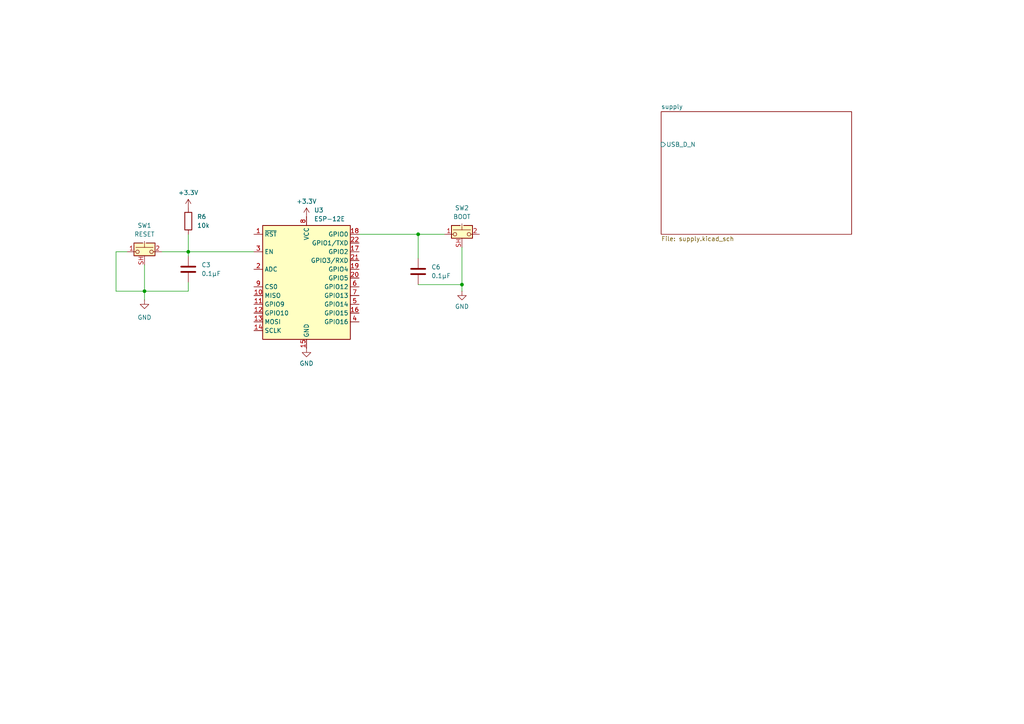
<source format=kicad_sch>
(kicad_sch (version 20231120) (generator "eeschema") (generator_version "8.0")
  (paper "A4")
  (lib_symbols
    (symbol "Device:C" (pin_numbers hide) (pin_names (offset 0.254))
      (property "Reference" "C" (at 0.635 2.54 0))
      (property "Value" "C" (at 0.635 -2.54 0))
      (symbol "C_0_1"
        (polyline (pts (xy -2.032 -0.762) (xy 2.032 -0.762)) (stroke (width 0.508)))
        (polyline (pts (xy -2.032 0.762) (xy 2.032 0.762)) (stroke (width 0.508)))
      )
      (symbol "C_1_1"
        (pin passive line (at 0 3.81 270) (length 2.794) (name "~") (number "1"))
        (pin passive line (at 0 -3.81 90) (length 2.794) (name "~") (number "2"))
      )
    )
    (symbol "Device:R" (pin_numbers hide) (pin_names (offset 0))
      (property "Reference" "R" (at 2.032 0 90))
      (property "Value" "R" (at 0 0 90))
      (symbol "R_0_1"
        (rectangle (start -1.016 -2.54) (end 1.016 2.54) (stroke (width 0.254)))
      )
      (symbol "R_1_1"
        (pin passive line (at 0 3.81 270) (length 1.27) (name "~") (number "1"))
        (pin passive line (at 0 -3.81 90) (length 1.27) (name "~") (number "2"))
      )
    )
    (symbol "RF_Module:ESP-12E"
      (property "Reference" "U" (at -12.7 19.05 0))
      (property "Value" "ESP-12E" (at 12.7 19.05 0))
      (symbol "ESP-12E_0_1"
        (rectangle (start -12.7 17.78) (end 12.7 -15.24) (stroke (width 0.254)) (fill (type background)))
      )
      (symbol "ESP-12E_1_1"
        (pin input line (at -15.24 15.24 0) (length 2.54) (name "~{RST}") (number "1"))
        (pin bidirectional line (at -15.24 -2.54 0) (length 2.54) (name "MISO") (number "10"))
        (pin bidirectional line (at -15.24 -5.08 0) (length 2.54) (name "GPIO9") (number "11"))
        (pin bidirectional line (at -15.24 -7.62 0) (length 2.54) (name "GPIO10") (number "12"))
        (pin bidirectional line (at -15.24 -10.16 0) (length 2.54) (name "MOSI") (number "13"))
        (pin bidirectional line (at -15.24 -12.7 0) (length 2.54) (name "SCLK") (number "14"))
        (pin power_in line (at 0 -17.78 90) (length 2.54) (name "GND") (number "15"))
        (pin bidirectional line (at 15.24 -7.62 180) (length 2.54) (name "GPIO15") (number "16"))
        (pin bidirectional line (at 15.24 10.16 180) (length 2.54) (name "GPIO2") (number "17"))
        (pin bidirectional line (at 15.24 15.24 180) (length 2.54) (name "GPIO0") (number "18"))
        (pin bidirectional line (at 15.24 5.08 180) (length 2.54) (name "GPIO4") (number "19"))
        (pin input line (at -15.24 5.08 0) (length 2.54) (name "ADC") (number "2"))
        (pin bidirectional line (at 15.24 2.54 180) (length 2.54) (name "GPIO5") (number "20"))
        (pin bidirectional line (at 15.24 7.62 180) (length 2.54) (name "GPIO3/RXD") (number "21"))
        (pin bidirectional line (at 15.24 12.7 180) (length 2.54) (name "GPIO1/TXD") (number "22"))
        (pin input line (at -15.24 10.16 0) (length 2.54) (name "EN") (number "3"))
        (pin bidirectional line (at 15.24 -10.16 180) (length 2.54) (name "GPIO16") (number "4"))
        (pin bidirectional line (at 15.24 -5.08 180) (length 2.54) (name "GPIO14") (number "5"))
        (pin bidirectional line (at 15.24 0 180) (length 2.54) (name "GPIO12") (number "6"))
        (pin bidirectional line (at 15.24 -2.54 180) (length 2.54) (name "GPIO13") (number "7"))
        (pin power_in line (at 0 20.32 270) (length 2.54) (name "VCC") (number "8"))
        (pin input line (at -15.24 0 0) (length 2.54) (name "CS0") (number "9"))
      )
    )
    (symbol "Switch:CK_KMS2xxG" (pin_names (offset 1.016) hide)
      (property "Reference" "SW" (at 4.318 2.032 0))
      (property "Value" "CK_KMS2xxG" (at 0 4.572 0))
      (symbol "CK_KMS2xxG_0_1"
        (circle (center -2.032 0) (radius 0.508))
        (polyline (pts (xy 0 1.27) (xy 0 3.048)))
        (polyline (pts (xy 2.54 1.27) (xy -2.54 1.27)))
        (polyline (pts (xy 0.508 2.54) (xy 3.048 2.54) (xy 3.048 -1.143) (xy -3.048 -1.143) (xy -3.048 2.54) (xy -0.508 2.54)) (stroke (width -0.0254)))
        (polyline (pts (xy 0.508 2.54) (xy 3.048 2.54) (xy 3.048 -1.143) (xy -3.048 -1.143) (xy -3.048 2.54) (xy -0.508 2.54)) (stroke (width 0.254)))
        (circle (center 2.032 0) (radius 0.508))
        (pin passive line (at -5.08 0 0) (length 2.54) (name "1") (number "1"))
        (pin passive line (at 5.08 0 180) (length 2.54) (name "2") (number "2"))
      )
      (symbol "CK_KMS2xxG_1_1"
        (rectangle (start -3.048 2.54) (end 3.048 -1.27) (stroke (width -0.0254)) (fill (type background)))
        (pin passive line (at 0 -3.81 90) (length 2.54) (name "B") (number "SH"))
      )
    )
    (symbol "power:+3.3V" (power) (pin_numbers hide) (pin_names (offset 0) hide)
      (property "Value" "+3.3V" (at 0 3.556 0))
      (symbol "+3.3V_0_1"
        (polyline (pts (xy -0.762 1.27) (xy 0 2.54)))
        (polyline (pts (xy 0 0) (xy 0 2.54)))
        (polyline (pts (xy 0 2.54) (xy 0.762 1.27)))
      )
      (symbol "+3.3V_1_1"
        (pin power_in line (at 0 0 90) (length 0) (name "~") (number "1"))
      )
    )
    (symbol "power:GND" (power) (pin_numbers hide) (pin_names (offset 0) hide)
      (property "Value" "GND" (at 0 -3.81 0))
      (symbol "GND_0_1"
        (polyline (pts (xy 0 0) (xy 0 -1.27) (xy 1.27 -1.27) (xy 0 -2.54) (xy -1.27 -1.27) (xy 0 -1.27)))
      )
      (symbol "GND_1_1"
        (pin power_in line (at 0 0 270) (length 0) (name "~") (number "1"))
      )
    )
  )
  (junction (at 54.61 73.025))
  (junction (at 41.91 84.455))
  (junction (at 121.285 67.945))
  (junction (at 133.985 82.55))
  (wire (pts (xy 54.61 81.915) (xy 54.61 84.455)))
  (wire (pts (xy 54.61 67.945) (xy 54.61 73.025)))
  (wire (pts (xy 41.91 84.455) (xy 54.61 84.455)))
  (wire (pts (xy 133.985 71.755) (xy 133.985 82.55)))
  (wire (pts (xy 73.66 73.025) (xy 54.61 73.025)))
  (wire (pts (xy 54.61 73.025) (xy 54.61 74.295)))
  (wire (pts (xy 121.285 67.945) (xy 121.285 74.93)))
  (wire (pts (xy 36.83 73.025) (xy 33.655 73.025)))
  (wire (pts (xy 133.985 82.55) (xy 133.985 84.455)))
  (wire (pts (xy 46.99 73.025) (xy 54.61 73.025)))
  (wire (pts (xy 104.14 67.945) (xy 121.285 67.945)))
  (wire (pts (xy 41.91 84.455) (xy 41.91 86.995)))
  (wire (pts (xy 33.655 73.025) (xy 33.655 84.455)))
  (wire (pts (xy 121.285 67.945) (xy 128.905 67.945)))
  (wire (pts (xy 121.285 82.55) (xy 133.985 82.55)))
  (wire (pts (xy 33.655 84.455) (xy 41.91 84.455)))
  (wire (pts (xy 41.91 76.835) (xy 41.91 84.455)))
  (symbol (lib_id "RF_Module:ESP-12E") (at 88.9 83.185 0) (unit 1)
    (property "Reference" "U3" (at 91.0941 60.96 0) (effects (justify left)))
    (property "Value" "ESP-12E" (at 91.0941 63.5 0) (effects (justify left)))
    (property "Footprint" "RF_Module:ESP-12E" (effects (hide yes)))
    (property "Datasheet" "http://wiki.ai-thinker.com/_media/esp8266/esp8266_series_modules_user_manual_v1.1.pdf" (effects (hide yes)))
    (property "Description" "802.11 b/g/n Wi-Fi Module" (effects (hide yes)))
  )
  (symbol (lib_id "Device:C") (at 121.285 78.74 0) (unit 1)
    (property "Reference" "C6" (at 125.095 77.4699 0) (effects (justify left)))
    (property "Value" "0.1µF" (at 125.095 80.0099 0) (effects (justify left)))
    (property "Footprint" "Capacitor_SMD:C_0201_0603Metric" (effects (hide yes)))
    (property "Description" "Unpolarized capacitor" (effects (hide yes)))
  )
  (symbol (lib_id "Switch:CK_KMS2xxG") (at 133.985 67.945 0) (unit 1)
    (property "Reference" "SW2" (at 133.985 60.325 0))
    (property "Value" "BOOT" (at 133.985 62.865 0))
    (property "Footprint" "Button_Switch_SMD:SW_SPST_CK_KMS2xxGP" (effects (hide yes)))
    (property "Datasheet" "https://www.ckswitches.com/media/1482/kms.pdf" (effects (hide yes)))
    (property "Description" "Microminiature SMT Side Actuated, 4.2 x 2.8 x 1.42mm, without pegs, with shield pin" (effects (hide yes)))
  )
  (symbol (lib_id "power:+3.3V") (at 88.9 62.865 0) (unit 1)
    (property "Reference" "#PWR09" (effects (hide yes)))
    (property "Value" "+3.3V" (at 88.9 58.42 0))
    (property "Description" "Power symbol creates a global label with name \"+3.3V\"" (effects (hide yes)))
  )
  (symbol (lib_id "power:GND") (at 41.91 86.995 0) (unit 1)
    (property "Reference" "#PWR012" (effects (hide yes)))
    (property "Value" "GND" (at 41.91 92.075 0))
    (property "Description" "Power symbol creates a global label with name \"GND\" , ground" (effects (hide yes)))
  )
  (symbol (lib_id "power:GND") (at 88.9 100.965 0) (unit 1)
    (property "Reference" "#PWR010" (effects (hide yes)))
    (property "Value" "GND" (at 88.9 105.41 0))
    (property "Description" "Power symbol creates a global label with name \"GND\" , ground" (effects (hide yes)))
  )
  (symbol (lib_id "power:GND") (at 133.985 84.455 0) (unit 1)
    (property "Reference" "#PWR011" (effects (hide yes)))
    (property "Value" "GND" (at 133.985 88.9 0))
    (property "Description" "Power symbol creates a global label with name \"GND\" , ground" (effects (hide yes)))
  )
  (symbol (lib_id "power:+3.3V") (at 54.61 60.325 0) (unit 1)
    (property "Reference" "#PWR013" (effects (hide yes)))
    (property "Value" "+3.3V" (at 54.61 55.88 0))
    (property "Description" "Power symbol creates a global label with name \"+3.3V\"" (effects (hide yes)))
  )
  (symbol (lib_id "Switch:CK_KMS2xxG") (at 41.91 73.025 0) (unit 1)
    (property "Reference" "SW1" (at 41.91 65.405 0))
    (property "Value" "RESET" (at 41.91 67.945 0))
    (property "Footprint" "Button_Switch_SMD:SW_SPST_CK_KMS2xxGP" (effects (hide yes)))
    (property "Datasheet" "https://www.ckswitches.com/media/1482/kms.pdf" (effects (hide yes)))
    (property "Description" "Microminiature SMT Side Actuated, 4.2 x 2.8 x 1.42mm, without pegs, with shield pin" (effects (hide yes)))
  )
  (symbol (lib_id "Device:C") (at 54.61 78.105 0) (unit 1)
    (property "Reference" "C3" (at 58.42 76.8349 0) (effects (justify left)))
    (property "Value" "0.1µF" (at 58.42 79.3749 0) (effects (justify left)))
    (property "Footprint" "Capacitor_SMD:C_0201_0603Metric" (effects (hide yes)))
    (property "Description" "Unpolarized capacitor" (effects (hide yes)))
  )
  (symbol (lib_id "Device:R") (at 54.61 64.135 0) (unit 1)
    (property "Reference" "R6" (at 57.15 62.8649 0) (effects (justify left)))
    (property "Value" "10k" (at 57.15 65.4049 0) (effects (justify left)))
    (property "Footprint" "Resistor_SMD:R_0201_0603Metric" (effects (hide yes)))
    (property "Description" "Resistor" (effects (hide yes)))
  )
  (sheet (at 191.77 32.385) (size 55.245 35.56) (stroke (width 0.1524))
    (property "Sheetname" "supply" (at 191.77 31.6734 0) (effects (justify left bottom)))
    (property "Sheetfile" "supply.kicad_sch" (at 191.77 68.5296 0) (effects (justify left top)))
    (pin "USB_D_N" input (at 191.77 41.91 180))
  )
)
</source>
